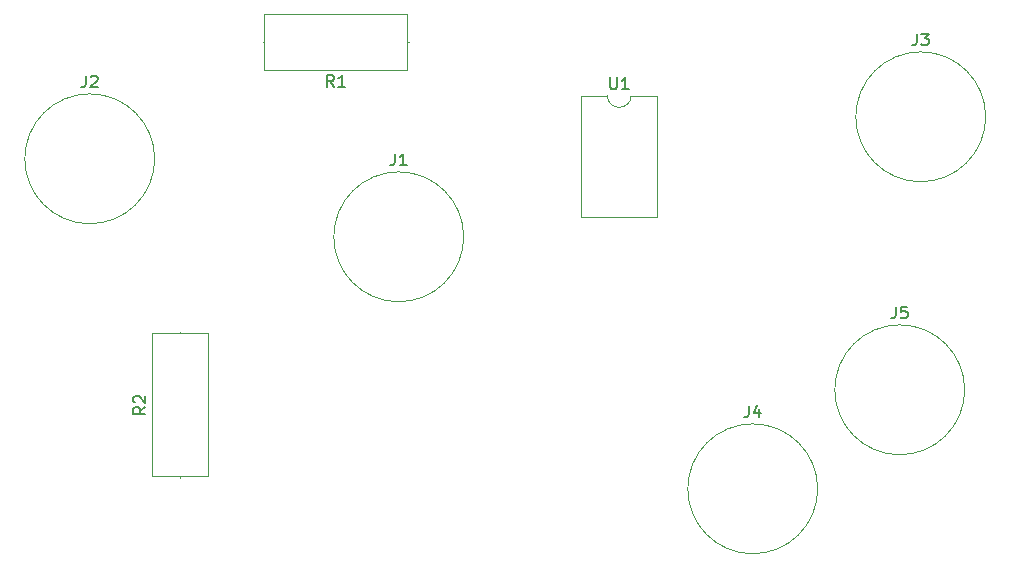
<source format=gto>
G04 #@! TF.GenerationSoftware,KiCad,Pcbnew,(5.1.0)-1*
G04 #@! TF.CreationDate,2019-06-02T20:16:14+05:30*
G04 #@! TF.ProjectId,OpAmp,4f70416d-702e-46b6-9963-61645f706362,rev?*
G04 #@! TF.SameCoordinates,Original*
G04 #@! TF.FileFunction,Legend,Top*
G04 #@! TF.FilePolarity,Positive*
%FSLAX46Y46*%
G04 Gerber Fmt 4.6, Leading zero omitted, Abs format (unit mm)*
G04 Created by KiCad (PCBNEW (5.1.0)-1) date 2019-06-02 20:16:14*
%MOMM*%
%LPD*%
G04 APERTURE LIST*
%ADD10C,0.120000*%
%ADD11C,0.150000*%
G04 APERTURE END LIST*
D10*
X129198000Y-95250000D02*
G75*
G03X129198000Y-95250000I-5500000J0D01*
G01*
X103036000Y-88646000D02*
G75*
G03X103036000Y-88646000I-5500000J0D01*
G01*
X173394000Y-85090000D02*
G75*
G03X173394000Y-85090000I-5500000J0D01*
G01*
X159170000Y-116586000D02*
G75*
G03X159170000Y-116586000I-5500000J0D01*
G01*
X171616000Y-108204000D02*
G75*
G03X171616000Y-108204000I-5500000J0D01*
G01*
X124434000Y-81110000D02*
X124434000Y-76370000D01*
X124434000Y-76370000D02*
X112294000Y-76370000D01*
X112294000Y-76370000D02*
X112294000Y-81110000D01*
X112294000Y-81110000D02*
X124434000Y-81110000D01*
X124544000Y-78740000D02*
X124434000Y-78740000D01*
X112184000Y-78740000D02*
X112294000Y-78740000D01*
X105156000Y-103294000D02*
X105156000Y-103404000D01*
X105156000Y-115654000D02*
X105156000Y-115544000D01*
X102786000Y-103404000D02*
X102786000Y-115544000D01*
X107526000Y-103404000D02*
X102786000Y-103404000D01*
X107526000Y-115544000D02*
X107526000Y-103404000D01*
X102786000Y-115544000D02*
X107526000Y-115544000D01*
X143363001Y-83293001D02*
G75*
G02X141363001Y-83293001I-1000000J0D01*
G01*
X141363001Y-83293001D02*
X139128001Y-83293001D01*
X139128001Y-83293001D02*
X139128001Y-93573001D01*
X139128001Y-93573001D02*
X145598001Y-93573001D01*
X145598001Y-93573001D02*
X145598001Y-83293001D01*
X145598001Y-83293001D02*
X143363001Y-83293001D01*
D11*
X123364666Y-88202380D02*
X123364666Y-88916666D01*
X123317047Y-89059523D01*
X123221809Y-89154761D01*
X123078952Y-89202380D01*
X122983714Y-89202380D01*
X124364666Y-89202380D02*
X123793238Y-89202380D01*
X124078952Y-89202380D02*
X124078952Y-88202380D01*
X123983714Y-88345238D01*
X123888476Y-88440476D01*
X123793238Y-88488095D01*
X97202666Y-81598380D02*
X97202666Y-82312666D01*
X97155047Y-82455523D01*
X97059809Y-82550761D01*
X96916952Y-82598380D01*
X96821714Y-82598380D01*
X97631238Y-81693619D02*
X97678857Y-81646000D01*
X97774095Y-81598380D01*
X98012190Y-81598380D01*
X98107428Y-81646000D01*
X98155047Y-81693619D01*
X98202666Y-81788857D01*
X98202666Y-81884095D01*
X98155047Y-82026952D01*
X97583619Y-82598380D01*
X98202666Y-82598380D01*
X167560666Y-78042380D02*
X167560666Y-78756666D01*
X167513047Y-78899523D01*
X167417809Y-78994761D01*
X167274952Y-79042380D01*
X167179714Y-79042380D01*
X167941619Y-78042380D02*
X168560666Y-78042380D01*
X168227333Y-78423333D01*
X168370190Y-78423333D01*
X168465428Y-78470952D01*
X168513047Y-78518571D01*
X168560666Y-78613809D01*
X168560666Y-78851904D01*
X168513047Y-78947142D01*
X168465428Y-78994761D01*
X168370190Y-79042380D01*
X168084476Y-79042380D01*
X167989238Y-78994761D01*
X167941619Y-78947142D01*
X153336666Y-109538380D02*
X153336666Y-110252666D01*
X153289047Y-110395523D01*
X153193809Y-110490761D01*
X153050952Y-110538380D01*
X152955714Y-110538380D01*
X154241428Y-109871714D02*
X154241428Y-110538380D01*
X154003333Y-109490761D02*
X153765238Y-110205047D01*
X154384285Y-110205047D01*
X165782666Y-101156380D02*
X165782666Y-101870666D01*
X165735047Y-102013523D01*
X165639809Y-102108761D01*
X165496952Y-102156380D01*
X165401714Y-102156380D01*
X166735047Y-101156380D02*
X166258857Y-101156380D01*
X166211238Y-101632571D01*
X166258857Y-101584952D01*
X166354095Y-101537333D01*
X166592190Y-101537333D01*
X166687428Y-101584952D01*
X166735047Y-101632571D01*
X166782666Y-101727809D01*
X166782666Y-101965904D01*
X166735047Y-102061142D01*
X166687428Y-102108761D01*
X166592190Y-102156380D01*
X166354095Y-102156380D01*
X166258857Y-102108761D01*
X166211238Y-102061142D01*
X118197333Y-82562380D02*
X117864000Y-82086190D01*
X117625904Y-82562380D02*
X117625904Y-81562380D01*
X118006857Y-81562380D01*
X118102095Y-81610000D01*
X118149714Y-81657619D01*
X118197333Y-81752857D01*
X118197333Y-81895714D01*
X118149714Y-81990952D01*
X118102095Y-82038571D01*
X118006857Y-82086190D01*
X117625904Y-82086190D01*
X119149714Y-82562380D02*
X118578285Y-82562380D01*
X118864000Y-82562380D02*
X118864000Y-81562380D01*
X118768761Y-81705238D01*
X118673523Y-81800476D01*
X118578285Y-81848095D01*
X102238380Y-109640666D02*
X101762190Y-109974000D01*
X102238380Y-110212095D02*
X101238380Y-110212095D01*
X101238380Y-109831142D01*
X101286000Y-109735904D01*
X101333619Y-109688285D01*
X101428857Y-109640666D01*
X101571714Y-109640666D01*
X101666952Y-109688285D01*
X101714571Y-109735904D01*
X101762190Y-109831142D01*
X101762190Y-110212095D01*
X101333619Y-109259714D02*
X101286000Y-109212095D01*
X101238380Y-109116857D01*
X101238380Y-108878761D01*
X101286000Y-108783523D01*
X101333619Y-108735904D01*
X101428857Y-108688285D01*
X101524095Y-108688285D01*
X101666952Y-108735904D01*
X102238380Y-109307333D01*
X102238380Y-108688285D01*
X141601096Y-81745381D02*
X141601096Y-82554905D01*
X141648715Y-82650143D01*
X141696334Y-82697762D01*
X141791572Y-82745381D01*
X141982048Y-82745381D01*
X142077286Y-82697762D01*
X142124905Y-82650143D01*
X142172524Y-82554905D01*
X142172524Y-81745381D01*
X143172524Y-82745381D02*
X142601096Y-82745381D01*
X142886810Y-82745381D02*
X142886810Y-81745381D01*
X142791572Y-81888239D01*
X142696334Y-81983477D01*
X142601096Y-82031096D01*
M02*

</source>
